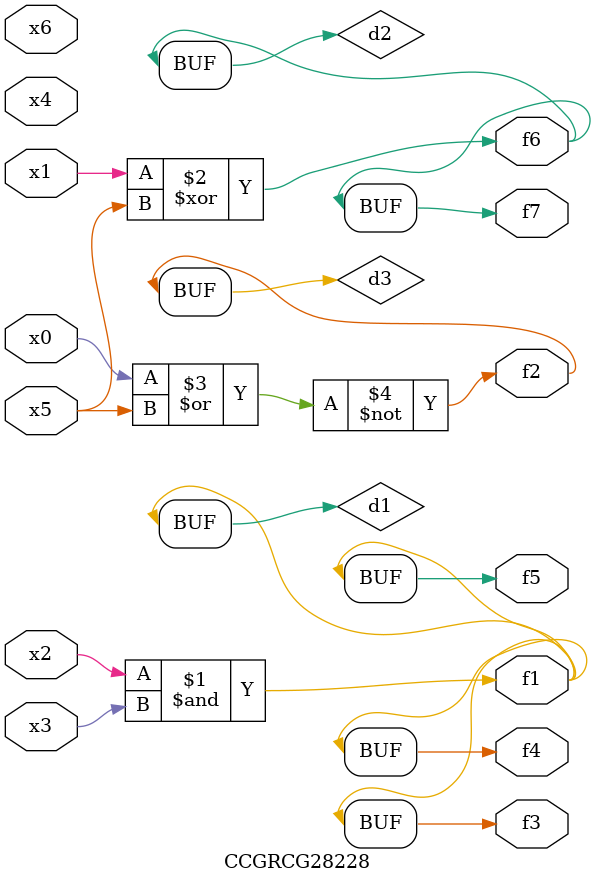
<source format=v>
module CCGRCG28228(
	input x0, x1, x2, x3, x4, x5, x6,
	output f1, f2, f3, f4, f5, f6, f7
);

	wire d1, d2, d3;

	and (d1, x2, x3);
	xor (d2, x1, x5);
	nor (d3, x0, x5);
	assign f1 = d1;
	assign f2 = d3;
	assign f3 = d1;
	assign f4 = d1;
	assign f5 = d1;
	assign f6 = d2;
	assign f7 = d2;
endmodule

</source>
